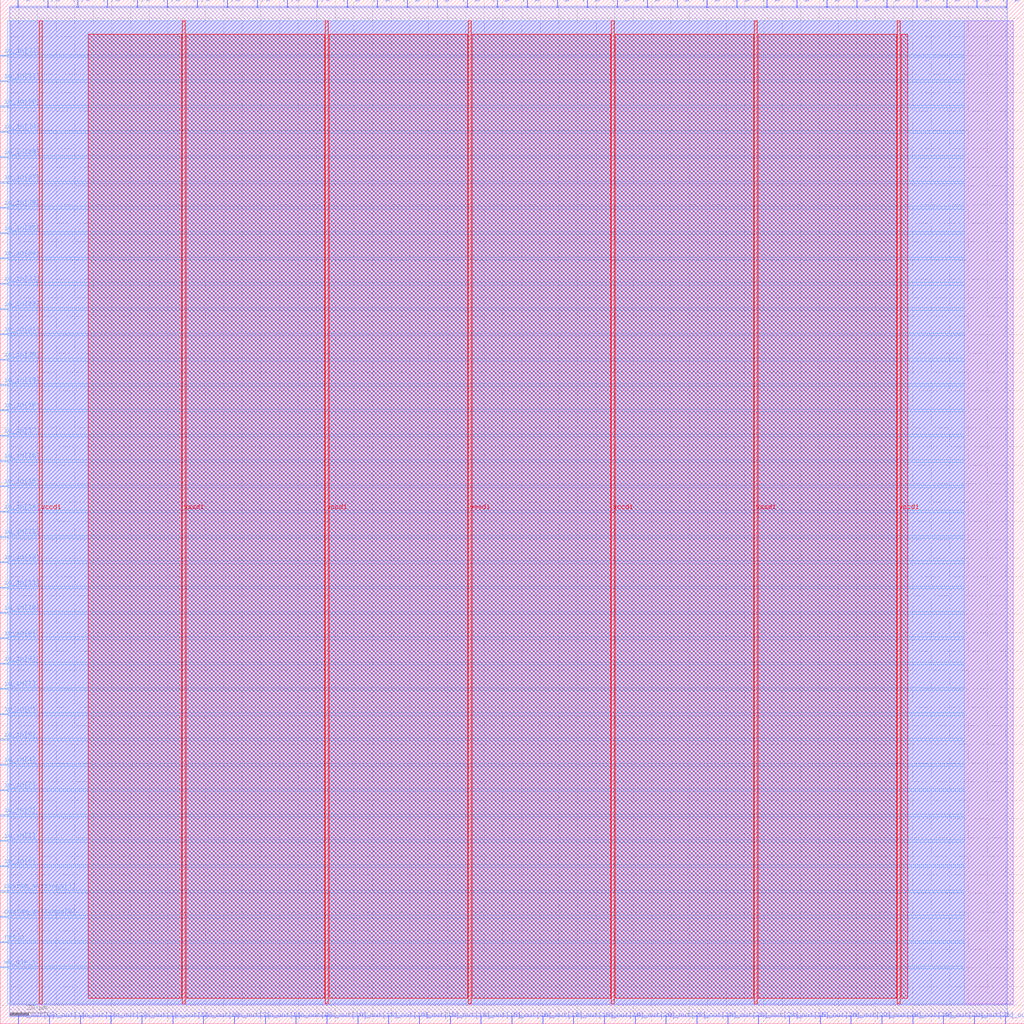
<source format=lef>
VERSION 5.7 ;
  NOWIREEXTENSIONATPIN ON ;
  DIVIDERCHAR "/" ;
  BUSBITCHARS "[]" ;
MACRO wrapped_tholin_riscv
  CLASS BLOCK ;
  FOREIGN wrapped_tholin_riscv ;
  ORIGIN 0.000 0.000 ;
  SIZE 550.000 BY 550.000 ;
  PIN custom_settings[0]
    DIRECTION INPUT ;
    USE SIGNAL ;
    ANTENNAGATEAREA 0.227250 ;
    PORT
      LAYER met3 ;
        RECT 0.000 57.160 4.000 57.760 ;
    END
  END custom_settings[0]
  PIN custom_settings[1]
    DIRECTION INPUT ;
    USE SIGNAL ;
    ANTENNAGATEAREA 0.227250 ;
    PORT
      LAYER met3 ;
        RECT 0.000 70.760 4.000 71.360 ;
    END
  END custom_settings[1]
  PIN io_in[0]
    DIRECTION INPUT ;
    USE SIGNAL ;
    ANTENNAGATEAREA 0.227250 ;
    PORT
      LAYER met3 ;
        RECT 0.000 84.360 4.000 84.960 ;
    END
  END io_in[0]
  PIN io_in[10]
    DIRECTION INPUT ;
    USE SIGNAL ;
    ANTENNAGATEAREA 0.227250 ;
    PORT
      LAYER met3 ;
        RECT 0.000 220.360 4.000 220.960 ;
    END
  END io_in[10]
  PIN io_in[11]
    DIRECTION INPUT ;
    USE SIGNAL ;
    ANTENNAGATEAREA 0.227250 ;
    PORT
      LAYER met3 ;
        RECT 0.000 233.960 4.000 234.560 ;
    END
  END io_in[11]
  PIN io_in[12]
    DIRECTION INPUT ;
    USE SIGNAL ;
    ANTENNAGATEAREA 0.227250 ;
    PORT
      LAYER met3 ;
        RECT 0.000 247.560 4.000 248.160 ;
    END
  END io_in[12]
  PIN io_in[13]
    DIRECTION INPUT ;
    USE SIGNAL ;
    ANTENNAGATEAREA 0.227250 ;
    PORT
      LAYER met3 ;
        RECT 0.000 261.160 4.000 261.760 ;
    END
  END io_in[13]
  PIN io_in[14]
    DIRECTION INPUT ;
    USE SIGNAL ;
    ANTENNAGATEAREA 0.227250 ;
    PORT
      LAYER met3 ;
        RECT 0.000 274.760 4.000 275.360 ;
    END
  END io_in[14]
  PIN io_in[15]
    DIRECTION INPUT ;
    USE SIGNAL ;
    ANTENNAGATEAREA 0.227250 ;
    PORT
      LAYER met3 ;
        RECT 0.000 288.360 4.000 288.960 ;
    END
  END io_in[15]
  PIN io_in[16]
    DIRECTION INPUT ;
    USE SIGNAL ;
    PORT
      LAYER met3 ;
        RECT 0.000 301.960 4.000 302.560 ;
    END
  END io_in[16]
  PIN io_in[17]
    DIRECTION INPUT ;
    USE SIGNAL ;
    PORT
      LAYER met3 ;
        RECT 0.000 315.560 4.000 316.160 ;
    END
  END io_in[17]
  PIN io_in[18]
    DIRECTION INPUT ;
    USE SIGNAL ;
    PORT
      LAYER met3 ;
        RECT 0.000 329.160 4.000 329.760 ;
    END
  END io_in[18]
  PIN io_in[19]
    DIRECTION INPUT ;
    USE SIGNAL ;
    PORT
      LAYER met3 ;
        RECT 0.000 342.760 4.000 343.360 ;
    END
  END io_in[19]
  PIN io_in[1]
    DIRECTION INPUT ;
    USE SIGNAL ;
    ANTENNAGATEAREA 0.227250 ;
    PORT
      LAYER met3 ;
        RECT 0.000 97.960 4.000 98.560 ;
    END
  END io_in[1]
  PIN io_in[20]
    DIRECTION INPUT ;
    USE SIGNAL ;
    PORT
      LAYER met3 ;
        RECT 0.000 356.360 4.000 356.960 ;
    END
  END io_in[20]
  PIN io_in[21]
    DIRECTION INPUT ;
    USE SIGNAL ;
    PORT
      LAYER met3 ;
        RECT 0.000 369.960 4.000 370.560 ;
    END
  END io_in[21]
  PIN io_in[22]
    DIRECTION INPUT ;
    USE SIGNAL ;
    PORT
      LAYER met3 ;
        RECT 0.000 383.560 4.000 384.160 ;
    END
  END io_in[22]
  PIN io_in[23]
    DIRECTION INPUT ;
    USE SIGNAL ;
    ANTENNAGATEAREA 0.227250 ;
    PORT
      LAYER met3 ;
        RECT 0.000 397.160 4.000 397.760 ;
    END
  END io_in[23]
  PIN io_in[24]
    DIRECTION INPUT ;
    USE SIGNAL ;
    PORT
      LAYER met3 ;
        RECT 0.000 410.760 4.000 411.360 ;
    END
  END io_in[24]
  PIN io_in[25]
    DIRECTION INPUT ;
    USE SIGNAL ;
    PORT
      LAYER met3 ;
        RECT 0.000 424.360 4.000 424.960 ;
    END
  END io_in[25]
  PIN io_in[26]
    DIRECTION INPUT ;
    USE SIGNAL ;
    ANTENNAGATEAREA 0.227250 ;
    PORT
      LAYER met3 ;
        RECT 0.000 437.960 4.000 438.560 ;
    END
  END io_in[26]
  PIN io_in[27]
    DIRECTION INPUT ;
    USE SIGNAL ;
    PORT
      LAYER met3 ;
        RECT 0.000 451.560 4.000 452.160 ;
    END
  END io_in[27]
  PIN io_in[28]
    DIRECTION INPUT ;
    USE SIGNAL ;
    PORT
      LAYER met3 ;
        RECT 0.000 465.160 4.000 465.760 ;
    END
  END io_in[28]
  PIN io_in[29]
    DIRECTION INPUT ;
    USE SIGNAL ;
    PORT
      LAYER met3 ;
        RECT 0.000 478.760 4.000 479.360 ;
    END
  END io_in[29]
  PIN io_in[2]
    DIRECTION INPUT ;
    USE SIGNAL ;
    ANTENNAGATEAREA 0.227250 ;
    PORT
      LAYER met3 ;
        RECT 0.000 111.560 4.000 112.160 ;
    END
  END io_in[2]
  PIN io_in[30]
    DIRECTION INPUT ;
    USE SIGNAL ;
    PORT
      LAYER met3 ;
        RECT 0.000 492.360 4.000 492.960 ;
    END
  END io_in[30]
  PIN io_in[31]
    DIRECTION INPUT ;
    USE SIGNAL ;
    PORT
      LAYER met3 ;
        RECT 0.000 505.960 4.000 506.560 ;
    END
  END io_in[31]
  PIN io_in[32]
    DIRECTION INPUT ;
    USE SIGNAL ;
    ANTENNAGATEAREA 0.227250 ;
    PORT
      LAYER met3 ;
        RECT 0.000 519.560 4.000 520.160 ;
    END
  END io_in[32]
  PIN io_in[3]
    DIRECTION INPUT ;
    USE SIGNAL ;
    ANTENNAGATEAREA 0.227250 ;
    PORT
      LAYER met3 ;
        RECT 0.000 125.160 4.000 125.760 ;
    END
  END io_in[3]
  PIN io_in[4]
    DIRECTION INPUT ;
    USE SIGNAL ;
    ANTENNAGATEAREA 0.227250 ;
    PORT
      LAYER met3 ;
        RECT 0.000 138.760 4.000 139.360 ;
    END
  END io_in[4]
  PIN io_in[5]
    DIRECTION INPUT ;
    USE SIGNAL ;
    ANTENNAGATEAREA 0.227250 ;
    PORT
      LAYER met3 ;
        RECT 0.000 152.360 4.000 152.960 ;
    END
  END io_in[5]
  PIN io_in[6]
    DIRECTION INPUT ;
    USE SIGNAL ;
    ANTENNAGATEAREA 0.227250 ;
    PORT
      LAYER met3 ;
        RECT 0.000 165.960 4.000 166.560 ;
    END
  END io_in[6]
  PIN io_in[7]
    DIRECTION INPUT ;
    USE SIGNAL ;
    ANTENNAGATEAREA 0.227250 ;
    PORT
      LAYER met3 ;
        RECT 0.000 179.560 4.000 180.160 ;
    END
  END io_in[7]
  PIN io_in[8]
    DIRECTION INPUT ;
    USE SIGNAL ;
    ANTENNAGATEAREA 0.227250 ;
    PORT
      LAYER met3 ;
        RECT 0.000 193.160 4.000 193.760 ;
    END
  END io_in[8]
  PIN io_in[9]
    DIRECTION INPUT ;
    USE SIGNAL ;
    ANTENNAGATEAREA 0.227250 ;
    PORT
      LAYER met3 ;
        RECT 0.000 206.760 4.000 207.360 ;
    END
  END io_in[9]
  PIN io_oeb[0]
    DIRECTION OUTPUT TRISTATE ;
    USE SIGNAL ;
    ANTENNADIFFAREA 2.778900 ;
    PORT
      LAYER met2 ;
        RECT 9.290 546.000 9.570 550.000 ;
    END
  END io_oeb[0]
  PIN io_oeb[10]
    DIRECTION OUTPUT TRISTATE ;
    USE SIGNAL ;
    ANTENNADIFFAREA 2.778900 ;
    PORT
      LAYER met2 ;
        RECT 170.290 546.000 170.570 550.000 ;
    END
  END io_oeb[10]
  PIN io_oeb[11]
    DIRECTION OUTPUT TRISTATE ;
    USE SIGNAL ;
    ANTENNADIFFAREA 2.778900 ;
    PORT
      LAYER met2 ;
        RECT 186.390 546.000 186.670 550.000 ;
    END
  END io_oeb[11]
  PIN io_oeb[12]
    DIRECTION OUTPUT TRISTATE ;
    USE SIGNAL ;
    ANTENNADIFFAREA 2.778900 ;
    PORT
      LAYER met2 ;
        RECT 202.490 546.000 202.770 550.000 ;
    END
  END io_oeb[12]
  PIN io_oeb[13]
    DIRECTION OUTPUT TRISTATE ;
    USE SIGNAL ;
    ANTENNADIFFAREA 2.778900 ;
    PORT
      LAYER met2 ;
        RECT 218.590 546.000 218.870 550.000 ;
    END
  END io_oeb[13]
  PIN io_oeb[14]
    DIRECTION OUTPUT TRISTATE ;
    USE SIGNAL ;
    ANTENNADIFFAREA 2.778900 ;
    PORT
      LAYER met2 ;
        RECT 234.690 546.000 234.970 550.000 ;
    END
  END io_oeb[14]
  PIN io_oeb[15]
    DIRECTION OUTPUT TRISTATE ;
    USE SIGNAL ;
    ANTENNADIFFAREA 2.778900 ;
    PORT
      LAYER met2 ;
        RECT 250.790 546.000 251.070 550.000 ;
    END
  END io_oeb[15]
  PIN io_oeb[16]
    DIRECTION OUTPUT TRISTATE ;
    USE SIGNAL ;
    PORT
      LAYER met2 ;
        RECT 266.890 546.000 267.170 550.000 ;
    END
  END io_oeb[16]
  PIN io_oeb[17]
    DIRECTION OUTPUT TRISTATE ;
    USE SIGNAL ;
    PORT
      LAYER met2 ;
        RECT 282.990 546.000 283.270 550.000 ;
    END
  END io_oeb[17]
  PIN io_oeb[18]
    DIRECTION OUTPUT TRISTATE ;
    USE SIGNAL ;
    PORT
      LAYER met2 ;
        RECT 299.090 546.000 299.370 550.000 ;
    END
  END io_oeb[18]
  PIN io_oeb[19]
    DIRECTION OUTPUT TRISTATE ;
    USE SIGNAL ;
    PORT
      LAYER met2 ;
        RECT 315.190 546.000 315.470 550.000 ;
    END
  END io_oeb[19]
  PIN io_oeb[1]
    DIRECTION OUTPUT TRISTATE ;
    USE SIGNAL ;
    ANTENNADIFFAREA 2.778900 ;
    PORT
      LAYER met2 ;
        RECT 25.390 546.000 25.670 550.000 ;
    END
  END io_oeb[1]
  PIN io_oeb[20]
    DIRECTION OUTPUT TRISTATE ;
    USE SIGNAL ;
    PORT
      LAYER met2 ;
        RECT 331.290 546.000 331.570 550.000 ;
    END
  END io_oeb[20]
  PIN io_oeb[21]
    DIRECTION OUTPUT TRISTATE ;
    USE SIGNAL ;
    PORT
      LAYER met2 ;
        RECT 347.390 546.000 347.670 550.000 ;
    END
  END io_oeb[21]
  PIN io_oeb[22]
    DIRECTION OUTPUT TRISTATE ;
    USE SIGNAL ;
    PORT
      LAYER met2 ;
        RECT 363.490 546.000 363.770 550.000 ;
    END
  END io_oeb[22]
  PIN io_oeb[23]
    DIRECTION OUTPUT TRISTATE ;
    USE SIGNAL ;
    PORT
      LAYER met2 ;
        RECT 379.590 546.000 379.870 550.000 ;
    END
  END io_oeb[23]
  PIN io_oeb[24]
    DIRECTION OUTPUT TRISTATE ;
    USE SIGNAL ;
    PORT
      LAYER met2 ;
        RECT 395.690 546.000 395.970 550.000 ;
    END
  END io_oeb[24]
  PIN io_oeb[25]
    DIRECTION OUTPUT TRISTATE ;
    USE SIGNAL ;
    PORT
      LAYER met2 ;
        RECT 411.790 546.000 412.070 550.000 ;
    END
  END io_oeb[25]
  PIN io_oeb[26]
    DIRECTION OUTPUT TRISTATE ;
    USE SIGNAL ;
    PORT
      LAYER met2 ;
        RECT 427.890 546.000 428.170 550.000 ;
    END
  END io_oeb[26]
  PIN io_oeb[27]
    DIRECTION OUTPUT TRISTATE ;
    USE SIGNAL ;
    ANTENNADIFFAREA 2.778900 ;
    PORT
      LAYER met2 ;
        RECT 443.990 546.000 444.270 550.000 ;
    END
  END io_oeb[27]
  PIN io_oeb[28]
    DIRECTION OUTPUT TRISTATE ;
    USE SIGNAL ;
    ANTENNADIFFAREA 2.778900 ;
    PORT
      LAYER met2 ;
        RECT 460.090 546.000 460.370 550.000 ;
    END
  END io_oeb[28]
  PIN io_oeb[29]
    DIRECTION OUTPUT TRISTATE ;
    USE SIGNAL ;
    ANTENNADIFFAREA 2.778900 ;
    PORT
      LAYER met2 ;
        RECT 476.190 546.000 476.470 550.000 ;
    END
  END io_oeb[29]
  PIN io_oeb[2]
    DIRECTION OUTPUT TRISTATE ;
    USE SIGNAL ;
    ANTENNADIFFAREA 2.778900 ;
    PORT
      LAYER met2 ;
        RECT 41.490 546.000 41.770 550.000 ;
    END
  END io_oeb[2]
  PIN io_oeb[30]
    DIRECTION OUTPUT TRISTATE ;
    USE SIGNAL ;
    ANTENNADIFFAREA 2.778900 ;
    PORT
      LAYER met2 ;
        RECT 492.290 546.000 492.570 550.000 ;
    END
  END io_oeb[30]
  PIN io_oeb[31]
    DIRECTION OUTPUT TRISTATE ;
    USE SIGNAL ;
    ANTENNADIFFAREA 2.778900 ;
    PORT
      LAYER met2 ;
        RECT 508.390 546.000 508.670 550.000 ;
    END
  END io_oeb[31]
  PIN io_oeb[32]
    DIRECTION OUTPUT TRISTATE ;
    USE SIGNAL ;
    ANTENNADIFFAREA 2.778900 ;
    PORT
      LAYER met2 ;
        RECT 524.490 546.000 524.770 550.000 ;
    END
  END io_oeb[32]
  PIN io_oeb[33]
    DIRECTION OUTPUT TRISTATE ;
    USE SIGNAL ;
    PORT
      LAYER met2 ;
        RECT 540.590 546.000 540.870 550.000 ;
    END
  END io_oeb[33]
  PIN io_oeb[3]
    DIRECTION OUTPUT TRISTATE ;
    USE SIGNAL ;
    ANTENNADIFFAREA 2.778900 ;
    PORT
      LAYER met2 ;
        RECT 57.590 546.000 57.870 550.000 ;
    END
  END io_oeb[3]
  PIN io_oeb[4]
    DIRECTION OUTPUT TRISTATE ;
    USE SIGNAL ;
    ANTENNADIFFAREA 2.778900 ;
    PORT
      LAYER met2 ;
        RECT 73.690 546.000 73.970 550.000 ;
    END
  END io_oeb[4]
  PIN io_oeb[5]
    DIRECTION OUTPUT TRISTATE ;
    USE SIGNAL ;
    ANTENNADIFFAREA 2.778900 ;
    PORT
      LAYER met2 ;
        RECT 89.790 546.000 90.070 550.000 ;
    END
  END io_oeb[5]
  PIN io_oeb[6]
    DIRECTION OUTPUT TRISTATE ;
    USE SIGNAL ;
    ANTENNADIFFAREA 2.778900 ;
    PORT
      LAYER met2 ;
        RECT 105.890 546.000 106.170 550.000 ;
    END
  END io_oeb[6]
  PIN io_oeb[7]
    DIRECTION OUTPUT TRISTATE ;
    USE SIGNAL ;
    ANTENNADIFFAREA 2.778900 ;
    PORT
      LAYER met2 ;
        RECT 121.990 546.000 122.270 550.000 ;
    END
  END io_oeb[7]
  PIN io_oeb[8]
    DIRECTION OUTPUT TRISTATE ;
    USE SIGNAL ;
    ANTENNADIFFAREA 2.778900 ;
    PORT
      LAYER met2 ;
        RECT 138.090 546.000 138.370 550.000 ;
    END
  END io_oeb[8]
  PIN io_oeb[9]
    DIRECTION OUTPUT TRISTATE ;
    USE SIGNAL ;
    ANTENNADIFFAREA 2.778900 ;
    PORT
      LAYER met2 ;
        RECT 154.190 546.000 154.470 550.000 ;
    END
  END io_oeb[9]
  PIN io_out[0]
    DIRECTION OUTPUT TRISTATE ;
    USE SIGNAL ;
    ANTENNADIFFAREA 2.778900 ;
    PORT
      LAYER met2 ;
        RECT 9.750 0.000 10.030 4.000 ;
    END
  END io_out[0]
  PIN io_out[10]
    DIRECTION OUTPUT TRISTATE ;
    USE SIGNAL ;
    ANTENNADIFFAREA 2.778900 ;
    PORT
      LAYER met2 ;
        RECT 175.350 0.000 175.630 4.000 ;
    END
  END io_out[10]
  PIN io_out[11]
    DIRECTION OUTPUT TRISTATE ;
    USE SIGNAL ;
    ANTENNADIFFAREA 2.778900 ;
    PORT
      LAYER met2 ;
        RECT 191.910 0.000 192.190 4.000 ;
    END
  END io_out[11]
  PIN io_out[12]
    DIRECTION OUTPUT TRISTATE ;
    USE SIGNAL ;
    ANTENNADIFFAREA 2.778900 ;
    PORT
      LAYER met2 ;
        RECT 208.470 0.000 208.750 4.000 ;
    END
  END io_out[12]
  PIN io_out[13]
    DIRECTION OUTPUT TRISTATE ;
    USE SIGNAL ;
    ANTENNADIFFAREA 2.778900 ;
    PORT
      LAYER met2 ;
        RECT 225.030 0.000 225.310 4.000 ;
    END
  END io_out[13]
  PIN io_out[14]
    DIRECTION OUTPUT TRISTATE ;
    USE SIGNAL ;
    ANTENNADIFFAREA 2.778900 ;
    PORT
      LAYER met2 ;
        RECT 241.590 0.000 241.870 4.000 ;
    END
  END io_out[14]
  PIN io_out[15]
    DIRECTION OUTPUT TRISTATE ;
    USE SIGNAL ;
    ANTENNADIFFAREA 2.778900 ;
    PORT
      LAYER met2 ;
        RECT 258.150 0.000 258.430 4.000 ;
    END
  END io_out[15]
  PIN io_out[16]
    DIRECTION OUTPUT TRISTATE ;
    USE SIGNAL ;
    ANTENNADIFFAREA 0.439350 ;
    PORT
      LAYER met2 ;
        RECT 274.710 0.000 274.990 4.000 ;
    END
  END io_out[16]
  PIN io_out[17]
    DIRECTION OUTPUT TRISTATE ;
    USE SIGNAL ;
    ANTENNADIFFAREA 0.439350 ;
    PORT
      LAYER met2 ;
        RECT 291.270 0.000 291.550 4.000 ;
    END
  END io_out[17]
  PIN io_out[18]
    DIRECTION OUTPUT TRISTATE ;
    USE SIGNAL ;
    ANTENNADIFFAREA 2.778900 ;
    PORT
      LAYER met2 ;
        RECT 307.830 0.000 308.110 4.000 ;
    END
  END io_out[18]
  PIN io_out[19]
    DIRECTION OUTPUT TRISTATE ;
    USE SIGNAL ;
    ANTENNADIFFAREA 2.778900 ;
    PORT
      LAYER met2 ;
        RECT 324.390 0.000 324.670 4.000 ;
    END
  END io_out[19]
  PIN io_out[1]
    DIRECTION OUTPUT TRISTATE ;
    USE SIGNAL ;
    ANTENNADIFFAREA 2.778900 ;
    PORT
      LAYER met2 ;
        RECT 26.310 0.000 26.590 4.000 ;
    END
  END io_out[1]
  PIN io_out[20]
    DIRECTION OUTPUT TRISTATE ;
    USE SIGNAL ;
    PORT
      LAYER met2 ;
        RECT 340.950 0.000 341.230 4.000 ;
    END
  END io_out[20]
  PIN io_out[21]
    DIRECTION OUTPUT TRISTATE ;
    USE SIGNAL ;
    PORT
      LAYER met2 ;
        RECT 357.510 0.000 357.790 4.000 ;
    END
  END io_out[21]
  PIN io_out[22]
    DIRECTION OUTPUT TRISTATE ;
    USE SIGNAL ;
    ANTENNADIFFAREA 2.778900 ;
    PORT
      LAYER met2 ;
        RECT 374.070 0.000 374.350 4.000 ;
    END
  END io_out[22]
  PIN io_out[23]
    DIRECTION OUTPUT TRISTATE ;
    USE SIGNAL ;
    PORT
      LAYER met2 ;
        RECT 390.630 0.000 390.910 4.000 ;
    END
  END io_out[23]
  PIN io_out[24]
    DIRECTION OUTPUT TRISTATE ;
    USE SIGNAL ;
    ANTENNADIFFAREA 2.778900 ;
    PORT
      LAYER met2 ;
        RECT 407.190 0.000 407.470 4.000 ;
    END
  END io_out[24]
  PIN io_out[25]
    DIRECTION OUTPUT TRISTATE ;
    USE SIGNAL ;
    ANTENNADIFFAREA 2.778900 ;
    PORT
      LAYER met2 ;
        RECT 423.750 0.000 424.030 4.000 ;
    END
  END io_out[25]
  PIN io_out[26]
    DIRECTION OUTPUT TRISTATE ;
    USE SIGNAL ;
    PORT
      LAYER met2 ;
        RECT 440.310 0.000 440.590 4.000 ;
    END
  END io_out[26]
  PIN io_out[27]
    DIRECTION OUTPUT TRISTATE ;
    USE SIGNAL ;
    ANTENNADIFFAREA 2.778900 ;
    PORT
      LAYER met2 ;
        RECT 456.870 0.000 457.150 4.000 ;
    END
  END io_out[27]
  PIN io_out[28]
    DIRECTION OUTPUT TRISTATE ;
    USE SIGNAL ;
    ANTENNADIFFAREA 2.778900 ;
    PORT
      LAYER met2 ;
        RECT 473.430 0.000 473.710 4.000 ;
    END
  END io_out[28]
  PIN io_out[29]
    DIRECTION OUTPUT TRISTATE ;
    USE SIGNAL ;
    ANTENNADIFFAREA 2.778900 ;
    PORT
      LAYER met2 ;
        RECT 489.990 0.000 490.270 4.000 ;
    END
  END io_out[29]
  PIN io_out[2]
    DIRECTION OUTPUT TRISTATE ;
    USE SIGNAL ;
    ANTENNADIFFAREA 2.778900 ;
    PORT
      LAYER met2 ;
        RECT 42.870 0.000 43.150 4.000 ;
    END
  END io_out[2]
  PIN io_out[30]
    DIRECTION OUTPUT TRISTATE ;
    USE SIGNAL ;
    ANTENNADIFFAREA 2.778900 ;
    PORT
      LAYER met2 ;
        RECT 506.550 0.000 506.830 4.000 ;
    END
  END io_out[30]
  PIN io_out[31]
    DIRECTION OUTPUT TRISTATE ;
    USE SIGNAL ;
    ANTENNADIFFAREA 2.778900 ;
    PORT
      LAYER met2 ;
        RECT 523.110 0.000 523.390 4.000 ;
    END
  END io_out[31]
  PIN io_out[32]
    DIRECTION OUTPUT TRISTATE ;
    USE SIGNAL ;
    ANTENNADIFFAREA 2.778900 ;
    PORT
      LAYER met2 ;
        RECT 539.670 0.000 539.950 4.000 ;
    END
  END io_out[32]
  PIN io_out[3]
    DIRECTION OUTPUT TRISTATE ;
    USE SIGNAL ;
    ANTENNADIFFAREA 2.778900 ;
    PORT
      LAYER met2 ;
        RECT 59.430 0.000 59.710 4.000 ;
    END
  END io_out[3]
  PIN io_out[4]
    DIRECTION OUTPUT TRISTATE ;
    USE SIGNAL ;
    ANTENNADIFFAREA 2.778900 ;
    PORT
      LAYER met2 ;
        RECT 75.990 0.000 76.270 4.000 ;
    END
  END io_out[4]
  PIN io_out[5]
    DIRECTION OUTPUT TRISTATE ;
    USE SIGNAL ;
    ANTENNADIFFAREA 2.778900 ;
    PORT
      LAYER met2 ;
        RECT 92.550 0.000 92.830 4.000 ;
    END
  END io_out[5]
  PIN io_out[6]
    DIRECTION OUTPUT TRISTATE ;
    USE SIGNAL ;
    ANTENNADIFFAREA 2.778900 ;
    PORT
      LAYER met2 ;
        RECT 109.110 0.000 109.390 4.000 ;
    END
  END io_out[6]
  PIN io_out[7]
    DIRECTION OUTPUT TRISTATE ;
    USE SIGNAL ;
    ANTENNADIFFAREA 2.778900 ;
    PORT
      LAYER met2 ;
        RECT 125.670 0.000 125.950 4.000 ;
    END
  END io_out[7]
  PIN io_out[8]
    DIRECTION OUTPUT TRISTATE ;
    USE SIGNAL ;
    ANTENNADIFFAREA 2.778900 ;
    PORT
      LAYER met2 ;
        RECT 142.230 0.000 142.510 4.000 ;
    END
  END io_out[8]
  PIN io_out[9]
    DIRECTION OUTPUT TRISTATE ;
    USE SIGNAL ;
    ANTENNADIFFAREA 2.778900 ;
    PORT
      LAYER met2 ;
        RECT 158.790 0.000 159.070 4.000 ;
    END
  END io_out[9]
  PIN rst_n
    DIRECTION INPUT ;
    USE SIGNAL ;
    ANTENNAGATEAREA 0.227250 ;
    PORT
      LAYER met3 ;
        RECT 0.000 43.560 4.000 44.160 ;
    END
  END rst_n
  PIN vccd1
    DIRECTION INOUT ;
    USE POWER ;
    PORT
      LAYER met4 ;
        RECT 21.040 10.640 22.640 538.800 ;
    END
    PORT
      LAYER met4 ;
        RECT 174.640 10.640 176.240 538.800 ;
    END
    PORT
      LAYER met4 ;
        RECT 328.240 10.640 329.840 538.800 ;
    END
    PORT
      LAYER met4 ;
        RECT 481.840 10.640 483.440 538.800 ;
    END
  END vccd1
  PIN vssd1
    DIRECTION INOUT ;
    USE GROUND ;
    PORT
      LAYER met4 ;
        RECT 97.840 10.640 99.440 538.800 ;
    END
    PORT
      LAYER met4 ;
        RECT 251.440 10.640 253.040 538.800 ;
    END
    PORT
      LAYER met4 ;
        RECT 405.040 10.640 406.640 538.800 ;
    END
  END vssd1
  PIN wb_clk_i
    DIRECTION INPUT ;
    USE SIGNAL ;
    ANTENNAGATEAREA 0.855000 ;
    ANTENNADIFFAREA 0.406350 ;
    PORT
      LAYER met3 ;
        RECT 0.000 29.960 4.000 30.560 ;
    END
  END wb_clk_i
  OBS
      LAYER li1 ;
        RECT 5.520 10.795 544.180 538.645 ;
      LAYER met1 ;
        RECT 5.130 10.240 544.180 538.800 ;
      LAYER met2 ;
        RECT 5.150 545.720 9.010 546.450 ;
        RECT 9.850 545.720 25.110 546.450 ;
        RECT 25.950 545.720 41.210 546.450 ;
        RECT 42.050 545.720 57.310 546.450 ;
        RECT 58.150 545.720 73.410 546.450 ;
        RECT 74.250 545.720 89.510 546.450 ;
        RECT 90.350 545.720 105.610 546.450 ;
        RECT 106.450 545.720 121.710 546.450 ;
        RECT 122.550 545.720 137.810 546.450 ;
        RECT 138.650 545.720 153.910 546.450 ;
        RECT 154.750 545.720 170.010 546.450 ;
        RECT 170.850 545.720 186.110 546.450 ;
        RECT 186.950 545.720 202.210 546.450 ;
        RECT 203.050 545.720 218.310 546.450 ;
        RECT 219.150 545.720 234.410 546.450 ;
        RECT 235.250 545.720 250.510 546.450 ;
        RECT 251.350 545.720 266.610 546.450 ;
        RECT 267.450 545.720 282.710 546.450 ;
        RECT 283.550 545.720 298.810 546.450 ;
        RECT 299.650 545.720 314.910 546.450 ;
        RECT 315.750 545.720 331.010 546.450 ;
        RECT 331.850 545.720 347.110 546.450 ;
        RECT 347.950 545.720 363.210 546.450 ;
        RECT 364.050 545.720 379.310 546.450 ;
        RECT 380.150 545.720 395.410 546.450 ;
        RECT 396.250 545.720 411.510 546.450 ;
        RECT 412.350 545.720 427.610 546.450 ;
        RECT 428.450 545.720 443.710 546.450 ;
        RECT 444.550 545.720 459.810 546.450 ;
        RECT 460.650 545.720 475.910 546.450 ;
        RECT 476.750 545.720 492.010 546.450 ;
        RECT 492.850 545.720 508.110 546.450 ;
        RECT 508.950 545.720 524.210 546.450 ;
        RECT 525.050 545.720 540.310 546.450 ;
        RECT 5.150 4.280 540.860 545.720 ;
        RECT 5.150 3.670 9.470 4.280 ;
        RECT 10.310 3.670 26.030 4.280 ;
        RECT 26.870 3.670 42.590 4.280 ;
        RECT 43.430 3.670 59.150 4.280 ;
        RECT 59.990 3.670 75.710 4.280 ;
        RECT 76.550 3.670 92.270 4.280 ;
        RECT 93.110 3.670 108.830 4.280 ;
        RECT 109.670 3.670 125.390 4.280 ;
        RECT 126.230 3.670 141.950 4.280 ;
        RECT 142.790 3.670 158.510 4.280 ;
        RECT 159.350 3.670 175.070 4.280 ;
        RECT 175.910 3.670 191.630 4.280 ;
        RECT 192.470 3.670 208.190 4.280 ;
        RECT 209.030 3.670 224.750 4.280 ;
        RECT 225.590 3.670 241.310 4.280 ;
        RECT 242.150 3.670 257.870 4.280 ;
        RECT 258.710 3.670 274.430 4.280 ;
        RECT 275.270 3.670 290.990 4.280 ;
        RECT 291.830 3.670 307.550 4.280 ;
        RECT 308.390 3.670 324.110 4.280 ;
        RECT 324.950 3.670 340.670 4.280 ;
        RECT 341.510 3.670 357.230 4.280 ;
        RECT 358.070 3.670 373.790 4.280 ;
        RECT 374.630 3.670 390.350 4.280 ;
        RECT 391.190 3.670 406.910 4.280 ;
        RECT 407.750 3.670 423.470 4.280 ;
        RECT 424.310 3.670 440.030 4.280 ;
        RECT 440.870 3.670 456.590 4.280 ;
        RECT 457.430 3.670 473.150 4.280 ;
        RECT 473.990 3.670 489.710 4.280 ;
        RECT 490.550 3.670 506.270 4.280 ;
        RECT 507.110 3.670 522.830 4.280 ;
        RECT 523.670 3.670 539.390 4.280 ;
        RECT 540.230 3.670 540.860 4.280 ;
      LAYER met3 ;
        RECT 3.990 520.560 517.895 538.725 ;
        RECT 4.400 519.160 517.895 520.560 ;
        RECT 3.990 506.960 517.895 519.160 ;
        RECT 4.400 505.560 517.895 506.960 ;
        RECT 3.990 493.360 517.895 505.560 ;
        RECT 4.400 491.960 517.895 493.360 ;
        RECT 3.990 479.760 517.895 491.960 ;
        RECT 4.400 478.360 517.895 479.760 ;
        RECT 3.990 466.160 517.895 478.360 ;
        RECT 4.400 464.760 517.895 466.160 ;
        RECT 3.990 452.560 517.895 464.760 ;
        RECT 4.400 451.160 517.895 452.560 ;
        RECT 3.990 438.960 517.895 451.160 ;
        RECT 4.400 437.560 517.895 438.960 ;
        RECT 3.990 425.360 517.895 437.560 ;
        RECT 4.400 423.960 517.895 425.360 ;
        RECT 3.990 411.760 517.895 423.960 ;
        RECT 4.400 410.360 517.895 411.760 ;
        RECT 3.990 398.160 517.895 410.360 ;
        RECT 4.400 396.760 517.895 398.160 ;
        RECT 3.990 384.560 517.895 396.760 ;
        RECT 4.400 383.160 517.895 384.560 ;
        RECT 3.990 370.960 517.895 383.160 ;
        RECT 4.400 369.560 517.895 370.960 ;
        RECT 3.990 357.360 517.895 369.560 ;
        RECT 4.400 355.960 517.895 357.360 ;
        RECT 3.990 343.760 517.895 355.960 ;
        RECT 4.400 342.360 517.895 343.760 ;
        RECT 3.990 330.160 517.895 342.360 ;
        RECT 4.400 328.760 517.895 330.160 ;
        RECT 3.990 316.560 517.895 328.760 ;
        RECT 4.400 315.160 517.895 316.560 ;
        RECT 3.990 302.960 517.895 315.160 ;
        RECT 4.400 301.560 517.895 302.960 ;
        RECT 3.990 289.360 517.895 301.560 ;
        RECT 4.400 287.960 517.895 289.360 ;
        RECT 3.990 275.760 517.895 287.960 ;
        RECT 4.400 274.360 517.895 275.760 ;
        RECT 3.990 262.160 517.895 274.360 ;
        RECT 4.400 260.760 517.895 262.160 ;
        RECT 3.990 248.560 517.895 260.760 ;
        RECT 4.400 247.160 517.895 248.560 ;
        RECT 3.990 234.960 517.895 247.160 ;
        RECT 4.400 233.560 517.895 234.960 ;
        RECT 3.990 221.360 517.895 233.560 ;
        RECT 4.400 219.960 517.895 221.360 ;
        RECT 3.990 207.760 517.895 219.960 ;
        RECT 4.400 206.360 517.895 207.760 ;
        RECT 3.990 194.160 517.895 206.360 ;
        RECT 4.400 192.760 517.895 194.160 ;
        RECT 3.990 180.560 517.895 192.760 ;
        RECT 4.400 179.160 517.895 180.560 ;
        RECT 3.990 166.960 517.895 179.160 ;
        RECT 4.400 165.560 517.895 166.960 ;
        RECT 3.990 153.360 517.895 165.560 ;
        RECT 4.400 151.960 517.895 153.360 ;
        RECT 3.990 139.760 517.895 151.960 ;
        RECT 4.400 138.360 517.895 139.760 ;
        RECT 3.990 126.160 517.895 138.360 ;
        RECT 4.400 124.760 517.895 126.160 ;
        RECT 3.990 112.560 517.895 124.760 ;
        RECT 4.400 111.160 517.895 112.560 ;
        RECT 3.990 98.960 517.895 111.160 ;
        RECT 4.400 97.560 517.895 98.960 ;
        RECT 3.990 85.360 517.895 97.560 ;
        RECT 4.400 83.960 517.895 85.360 ;
        RECT 3.990 71.760 517.895 83.960 ;
        RECT 4.400 70.360 517.895 71.760 ;
        RECT 3.990 58.160 517.895 70.360 ;
        RECT 4.400 56.760 517.895 58.160 ;
        RECT 3.990 44.560 517.895 56.760 ;
        RECT 4.400 43.160 517.895 44.560 ;
        RECT 3.990 30.960 517.895 43.160 ;
        RECT 4.400 29.560 517.895 30.960 ;
        RECT 3.990 10.715 517.895 29.560 ;
      LAYER met4 ;
        RECT 47.215 13.775 97.440 531.585 ;
        RECT 99.840 13.775 174.240 531.585 ;
        RECT 176.640 13.775 251.040 531.585 ;
        RECT 253.440 13.775 327.840 531.585 ;
        RECT 330.240 13.775 404.640 531.585 ;
        RECT 407.040 13.775 481.440 531.585 ;
        RECT 483.840 13.775 487.305 531.585 ;
  END
END wrapped_tholin_riscv
END LIBRARY


</source>
